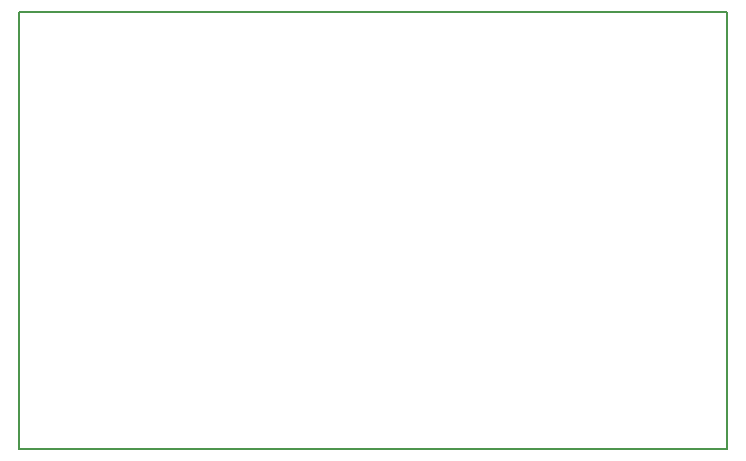
<source format=gbr>
G04 #@! TF.GenerationSoftware,KiCad,Pcbnew,5.0.2-bee76a0~70~ubuntu18.04.1*
G04 #@! TF.CreationDate,2020-01-17T11:17:40+01:00*
G04 #@! TF.ProjectId,tcut1350_test,74637574-3133-4353-905f-746573742e6b,rev?*
G04 #@! TF.SameCoordinates,Original*
G04 #@! TF.FileFunction,Profile,NP*
%FSLAX46Y46*%
G04 Gerber Fmt 4.6, Leading zero omitted, Abs format (unit mm)*
G04 Created by KiCad (PCBNEW 5.0.2-bee76a0~70~ubuntu18.04.1) date Fr 17 Jan 2020 11:17:40 CET*
%MOMM*%
%LPD*%
G01*
G04 APERTURE LIST*
%ADD10C,0.150000*%
G04 APERTURE END LIST*
D10*
X0Y-37000000D02*
X60000000Y-37000000D01*
X0Y0D02*
X0Y-37000000D01*
X60000000Y0D02*
X0Y0D01*
X60000000Y-37000000D02*
X60000000Y0D01*
M02*

</source>
